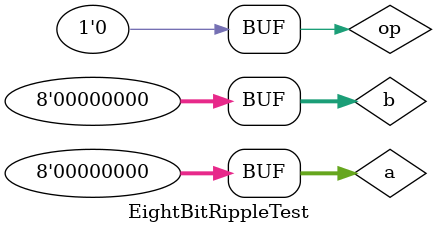
<source format=v>
`timescale 1ns / 1ps


module EightBitRippleTest;

	// Inputs
	reg [7:0] a;
	reg [7:0] b;
	reg op;

	// Outputs
	wire [7:0] sum;
	wire overflow;

	// Instantiate the Unit Under Test (UUT)
	EightBitRipple uut (
		.a(a), 
		.b(b), 
		.op(op), 
		.sum(sum), 
		.overflow(overflow)
	);

	initial begin
		// Initialize Inputs
		a = 0;
		b = 0;
		op = 0;

		// Wait 100 ns for global reset to finish
		#100;
        
		// Add stimulus here

	end
      
endmodule


</source>
